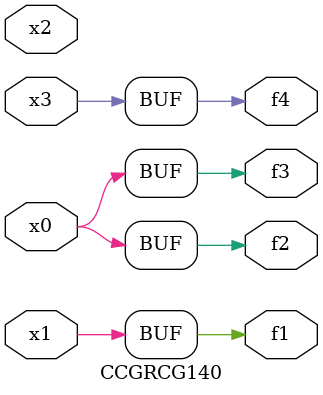
<source format=v>
module CCGRCG140(
	input x0, x1, x2, x3,
	output f1, f2, f3, f4
);
	assign f1 = x1;
	assign f2 = x0;
	assign f3 = x0;
	assign f4 = x3;
endmodule

</source>
